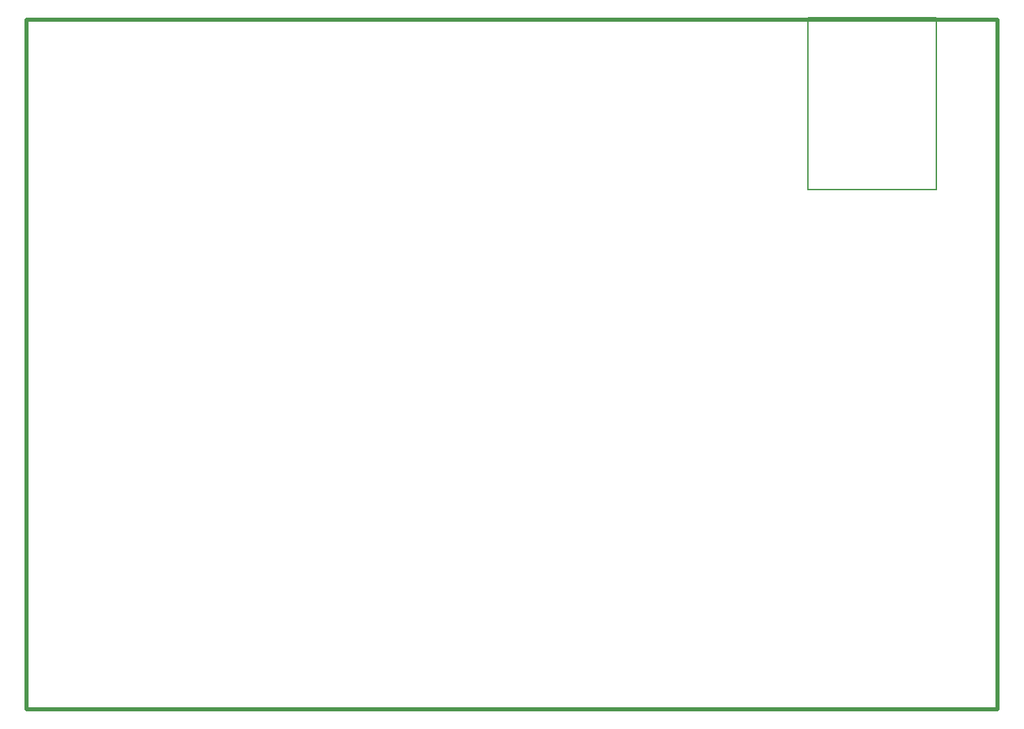
<source format=gm1>
G04*
G04 #@! TF.GenerationSoftware,Altium Limited,Altium Designer,20.2.6 (244)*
G04*
G04 Layer_Color=16711935*
%FSLAX24Y24*%
%MOIN*%
G70*
G04*
G04 #@! TF.SameCoordinates,6B0B31F8-34BC-4807-AF79-D9433D138100*
G04*
G04*
G04 #@! TF.FilePolarity,Positive*
G04*
G01*
G75*
%ADD11C,0.0079*%
%ADD114C,0.0200*%
D11*
X38330Y25514D02*
Y33939D01*
X44630Y25514D02*
Y33939D01*
X38330D02*
X44630D01*
X38330Y25514D02*
X44630D01*
D114*
X0Y0D02*
Y33860D01*
X47640D01*
Y0D02*
Y33860D01*
X0Y0D02*
X47640D01*
M02*

</source>
